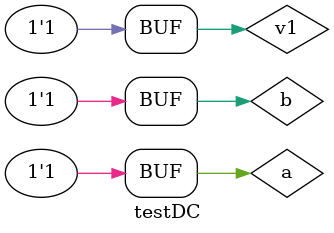
<source format=v>

module xorgate (s,a,b);
output s;
input a,b;
wire s1,s2,s3,s4;

nand NAND1 (s3,a,b);
nand NAND2 (s1,a,s3);
nand NAND3 (s2,b,s3);
nand NAND4 (s,s1,s2);

endmodule

module andgate (s,a,b);
output s;
input a,b;
wire s1;

nand NAND1 (s1,a,b);
nand NAND2 (s,s1,s1);

endmodule

module orgate (s,a,b);
output s;
input a,b;
wire s1,s2;

nand NAND1 (s1,a,a);
nand NAND2 (s2,b,b);
nand NAND3 (s,s1,s2);

endmodule

module notgate (s,a);
output s;
input a;

nand NAND1 (s,a,a);

endmodule


module operadorMD (s,s0,a,b);
output s,s0;
input a,b;
wire s1;

xorgate XOR1 (s,a,b);
notgate NOT1 (s1,a);
andgate AND1 (s,s1,b);

endmodule


module operadorDC (s,s0,a,b,v1);
output s,s0;
input a,b,v1;
wire s1,s2,s3;


operadorMD MD1 (s1,s2,a,b);
operadorMD MD2 (s,s3,s1,v1);
orgate OR1 (s,s2,s3);

endmodule

module testDC;
reg a,b,v1;
wire s,s0;

operadorDC DC (s,s0,a,b,v1);

initial begin: start
		a=0;  b=0; v1=0;
		
end


initial begin:main

		$display("Operador Diferenca Completa - Modelo Compacto ");
		#1 $display("a - b - v1 = s  s0");
		#1 $monitor("%b - %b - %b  = %d  %d", a,b,v1,s0,s);

		#1 a = 0; b = 0; v1=1;
		#1 a = 0; b = 1; v1=0;
		#1 a = 0; b = 1; v1=1;
		#1 a = 1; b = 0; v1=0;
		#1 a = 1; b = 0; v1=1;
		#1 a = 1; b = 1; v1=0;
		#1 a = 1; b = 1; v1=1;



end

endmodule

</source>
